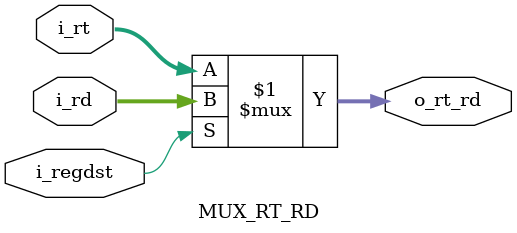
<source format=v>
`timescale 1ns / 1ps


module MUX_RT_RD
    #(
        parameter DATA_WIDTH = 32
    )
    (
        input [4:0]  i_rt,
        input [4:0]  i_rd,
        input        i_regdst,
        output [4:0] o_rt_rd
    );

    assign o_rt_rd = i_regdst ? i_rd : i_rt;
endmodule
</source>
